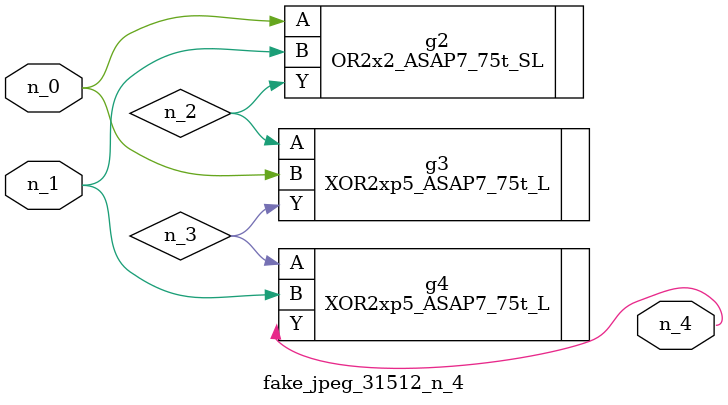
<source format=v>
module fake_jpeg_31512_n_4 (n_0, n_1, n_4);

input n_0;
input n_1;

output n_4;

wire n_2;
wire n_3;

OR2x2_ASAP7_75t_SL g2 ( 
.A(n_0),
.B(n_1),
.Y(n_2)
);

XOR2xp5_ASAP7_75t_L g3 ( 
.A(n_2),
.B(n_0),
.Y(n_3)
);

XOR2xp5_ASAP7_75t_L g4 ( 
.A(n_3),
.B(n_1),
.Y(n_4)
);


endmodule
</source>
